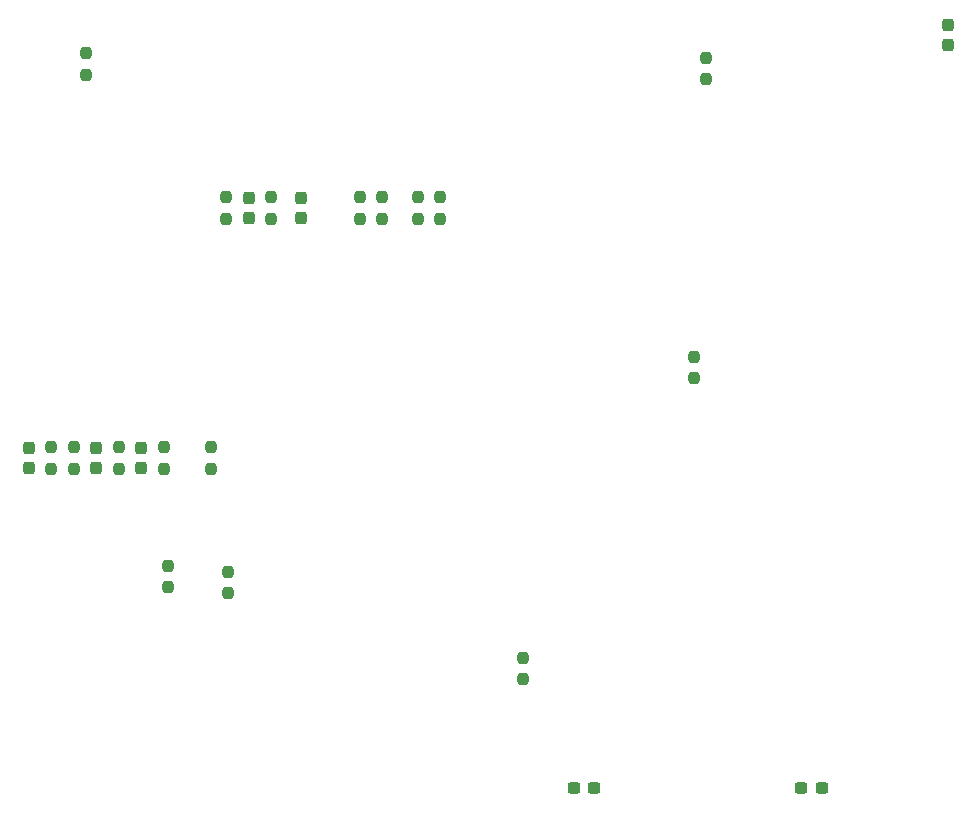
<source format=gbr>
%TF.GenerationSoftware,KiCad,Pcbnew,9.0.0*%
%TF.CreationDate,2025-04-09T12:02:38+02:00*%
%TF.ProjectId,LocalRoboCaster,4c6f6361-6c52-46f6-926f-436173746572,rev?*%
%TF.SameCoordinates,Original*%
%TF.FileFunction,Paste,Bot*%
%TF.FilePolarity,Positive*%
%FSLAX46Y46*%
G04 Gerber Fmt 4.6, Leading zero omitted, Abs format (unit mm)*
G04 Created by KiCad (PCBNEW 9.0.0) date 2025-04-09 12:02:38*
%MOMM*%
%LPD*%
G01*
G04 APERTURE LIST*
G04 Aperture macros list*
%AMRoundRect*
0 Rectangle with rounded corners*
0 $1 Rounding radius*
0 $2 $3 $4 $5 $6 $7 $8 $9 X,Y pos of 4 corners*
0 Add a 4 corners polygon primitive as box body*
4,1,4,$2,$3,$4,$5,$6,$7,$8,$9,$2,$3,0*
0 Add four circle primitives for the rounded corners*
1,1,$1+$1,$2,$3*
1,1,$1+$1,$4,$5*
1,1,$1+$1,$6,$7*
1,1,$1+$1,$8,$9*
0 Add four rect primitives between the rounded corners*
20,1,$1+$1,$2,$3,$4,$5,0*
20,1,$1+$1,$4,$5,$6,$7,0*
20,1,$1+$1,$6,$7,$8,$9,0*
20,1,$1+$1,$8,$9,$2,$3,0*%
G04 Aperture macros list end*
%ADD10RoundRect,0.237500X0.237500X-0.250000X0.237500X0.250000X-0.237500X0.250000X-0.237500X-0.250000X0*%
%ADD11RoundRect,0.237500X0.237500X-0.300000X0.237500X0.300000X-0.237500X0.300000X-0.237500X-0.300000X0*%
%ADD12RoundRect,0.237500X-0.237500X0.250000X-0.237500X-0.250000X0.237500X-0.250000X0.237500X0.250000X0*%
%ADD13RoundRect,0.237500X0.300000X0.237500X-0.300000X0.237500X-0.300000X-0.237500X0.300000X-0.237500X0*%
%ADD14RoundRect,0.237500X-0.300000X-0.237500X0.300000X-0.237500X0.300000X0.237500X-0.300000X0.237500X0*%
G04 APERTURE END LIST*
D10*
%TO.C,R13*%
X78000000Y-62288395D03*
X78000000Y-60463395D03*
%TD*%
%TO.C,R9*%
X71200000Y-62288395D03*
X71200000Y-60463395D03*
%TD*%
D11*
%TO.C,C6*%
X121000000Y-47622500D03*
X121000000Y-45897500D03*
%TD*%
D12*
%TO.C,R15*%
X54960000Y-91687500D03*
X54960000Y-93512500D03*
%TD*%
%TO.C,R18*%
X60000000Y-92175000D03*
X60000000Y-94000000D03*
%TD*%
%TO.C,R12*%
X85050000Y-99457500D03*
X85050000Y-101282500D03*
%TD*%
D10*
%TO.C,R8*%
X50800000Y-83468395D03*
X50800000Y-81643395D03*
%TD*%
D13*
%TO.C,C7*%
X110310000Y-110475000D03*
X108585000Y-110475000D03*
%TD*%
D11*
%TO.C,C2*%
X52705000Y-83418395D03*
X52705000Y-81693395D03*
%TD*%
%TO.C,C3*%
X43180000Y-83418395D03*
X43180000Y-81693395D03*
%TD*%
D10*
%TO.C,R6*%
X46990000Y-83468395D03*
X46990000Y-81643395D03*
%TD*%
D12*
%TO.C,R4*%
X59895000Y-60463395D03*
X59895000Y-62288395D03*
%TD*%
D10*
%TO.C,R7*%
X45085000Y-83468395D03*
X45085000Y-81643395D03*
%TD*%
%TO.C,R3*%
X63705000Y-62288395D03*
X63705000Y-60463395D03*
%TD*%
D14*
%TO.C,C8*%
X89307500Y-110490000D03*
X91032500Y-110490000D03*
%TD*%
D10*
%TO.C,R14*%
X73105000Y-62288395D03*
X73105000Y-60463395D03*
%TD*%
%TO.C,R5*%
X76095000Y-62288395D03*
X76095000Y-60463395D03*
%TD*%
D11*
%TO.C,C1*%
X61800000Y-62238395D03*
X61800000Y-60513395D03*
%TD*%
D10*
%TO.C,R16*%
X99480000Y-75802500D03*
X99480000Y-73977500D03*
%TD*%
D11*
%TO.C,C5*%
X66200000Y-62238395D03*
X66200000Y-60513395D03*
%TD*%
D10*
%TO.C,R10*%
X54610000Y-83468395D03*
X54610000Y-81643395D03*
%TD*%
%TO.C,R11*%
X58560000Y-83452500D03*
X58560000Y-81627500D03*
%TD*%
%TO.C,R1*%
X48050000Y-50112500D03*
X48050000Y-48287500D03*
%TD*%
D11*
%TO.C,C4*%
X48895000Y-83418395D03*
X48895000Y-81693395D03*
%TD*%
D10*
%TO.C,R17*%
X100500000Y-50502500D03*
X100500000Y-48677500D03*
%TD*%
M02*

</source>
